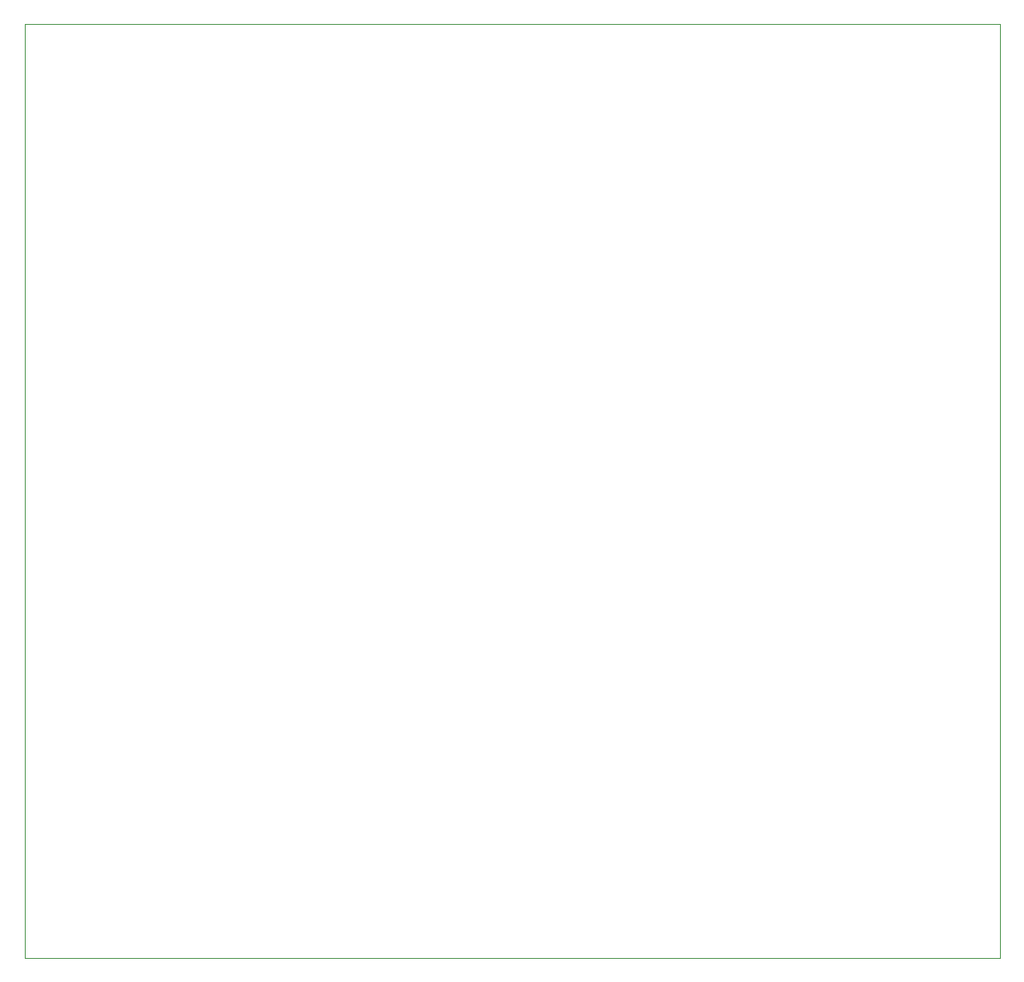
<source format=gbr>
%TF.GenerationSoftware,KiCad,Pcbnew,(6.0.7)*%
%TF.CreationDate,2022-10-31T18:54:20-05:00*%
%TF.ProjectId,senior_design,73656e69-6f72-45f6-9465-7369676e2e6b,rev?*%
%TF.SameCoordinates,Original*%
%TF.FileFunction,Profile,NP*%
%FSLAX46Y46*%
G04 Gerber Fmt 4.6, Leading zero omitted, Abs format (unit mm)*
G04 Created by KiCad (PCBNEW (6.0.7)) date 2022-10-31 18:54:20*
%MOMM*%
%LPD*%
G01*
G04 APERTURE LIST*
%TA.AperFunction,Profile*%
%ADD10C,0.100000*%
%TD*%
G04 APERTURE END LIST*
D10*
X144272000Y-122682000D02*
X44577000Y-122682000D01*
X44577000Y-122682000D02*
X44577000Y-27051000D01*
X44577000Y-27051000D02*
X144272000Y-27051000D01*
X144272000Y-27051000D02*
X144272000Y-122682000D01*
M02*

</source>
